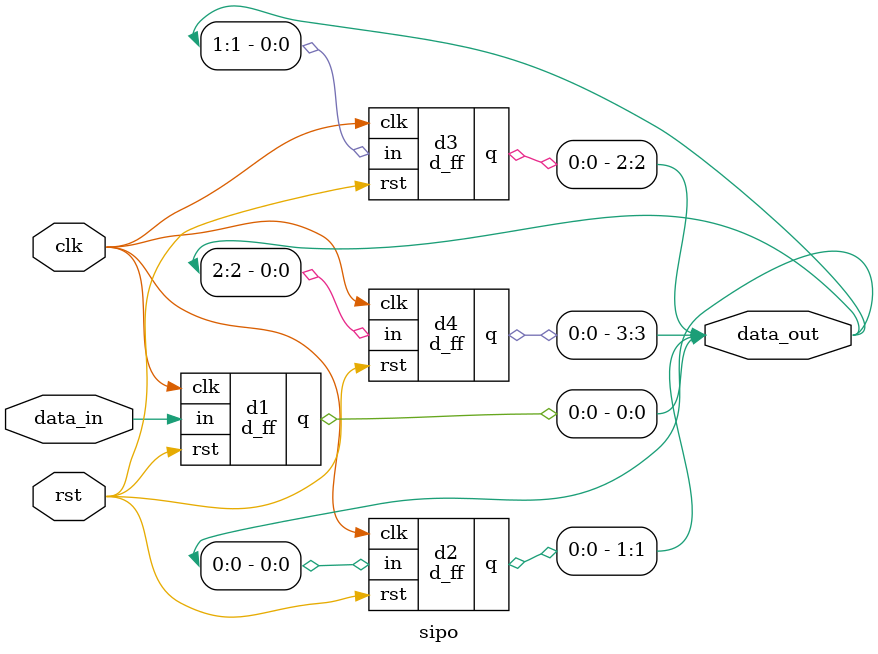
<source format=sv>
module d_ff(
            input in,clk,rst,
            output reg q
            );
	     
always@(posedge clk, posedge rst)
	    begin
	        if(rst)
	            q<=0;
	        else
	            q<=in;
	        end
endmodule
	
module sipo(
            input data_in,clk,rst,
            output [3:0]data_out
            );

  d_ff d1(data_in,clk,rst,data_out[0]);
  d_ff d2(data_out[0],clk,rst,data_out[1]);
  d_ff d3(data_out[1],clk,rst,data_out[2]);
  d_ff d4(data_out[2],clk,rst,data_out[3]);

endmodule
</source>
